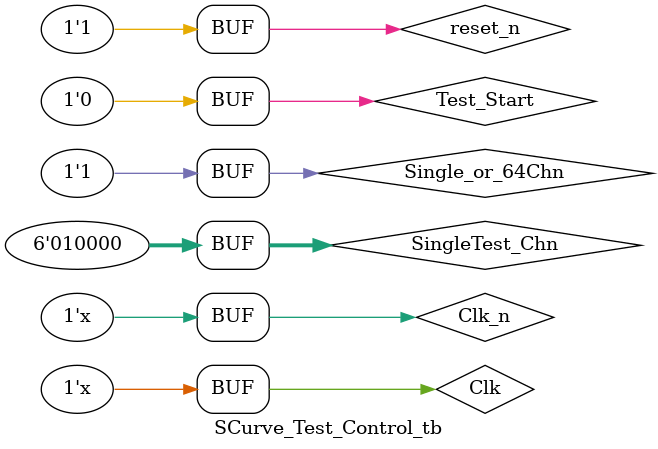
<source format=v>
`timescale 1ns/1ns
module SCurve_Test_Control_tb;
reg Clk;
reg reset_n;
reg Test_Start;
//
wire Single_Test_Start;
reg Single_Test_Done;
reg SCurve_Data_fifo_empty;
reg [15:0] SCurve_Data_fifo_din;
wire SCurve_Data_fifo_rd_ed;
//
reg Single_or_64Chn;
reg [5:0] SingleTest_Chn;
//
wire [63:0] Microroc_CTest_Chn_Out;
wire [9:0] Microroc_10bit_DAC_Out;
wire SC_Param_Load;
reg Microroc_Config_Done;
//
wire [15:0] usb_data_fifo_wr_din;
wire usb_fifo_wr_en;
//
wire SCurve_Test_Done;
//instantiation uut
SCurve_Test_Control uut(
  .Clk(Clk),
  .reset_n(reset_n),
  .Test_Start(Test_Start),
  .Single_Test_Start(Single_Test_Start),
  .Single_Test_Done(Single_Test_Done),
  .SCurve_Data_fifo_empty(SCurve_Data_fifo_empty),
  .SCurve_Data_fifo_din(SCurve_Data_fifo_din),
  .SCurve_Data_fifo_rd_en(SCurve_Data_fifo_rd_en),
  .Single_or_64Chn(Single_or_64Chn),
  .SingleTest_Chn(SingleTest_Chn),
  .Microroc_CTest_Chn_Out(Microroc_CTest_Chn_Out),
  .Microroc_10bit_DAC_Out(Microroc_10bit_DAC_Out),
  .SC_Param_Load(SC_Param_Load),
  .Microroc_Config_Done(Microroc_Config_Done),
  .usb_data_fifo_wr_din(usb_data_fifo_wr_din),
  .usb_data_fifo_wr_en(usb_data_fifo_wr_en),
  .SCurve_Test_Done(SCurve_Test_Done)
);
//initial
initial begin
  Clk = 1'b0;
  reset_n = 1'b0;
  Test_Start = 1'b0;
  Single_Test_Done = 1'b0;
  SCurve_Data_fifo_empty = 1'b0;
  SCurve_Data_fifo_din = 16'b0;
  Single_or_64Chn = 1'b0;
  SingleTest_Chn = 6'b0;
  Microroc_Config_Done = 1'b0;
  #100;
  reset_n = 1'b1;
  #100;
  Single_or_64Chn = 1'b1;
  SingleTest_Chn = 6'd16;
  Test_Start = 1'b1;
  #25;
  Test_Start = 1'b0;
end
//Generate 40M 
localparam High = 12;
localparam Low = 13;
always begin
  #(Low) Clk = ~Clk;
  #(High) Clk = ~Clk;
end
//Generate SC parameter load done signal
reg [2:0] SC_Load_Cnt;
always @(posedge Clk or negedge reset_n)begin
  if(~reset_n)begin
    SC_Load_Cnt <= 3'b0;
    Microroc_Config_Done <= 1'b0;
  end
  else if(SC_Param_Load ||(SC_Load_Cnt != 3'd0 && SC_Load_Cnt <= 3'd7))begin
    SC_Load_Cnt <= SC_Load_Cnt + 1'b1;
    Microroc_Config_Done <= (SC_Load_Cnt == 3'd7);
  end
  else begin
    SC_Load_Cnt <= 3'd0;
    Microroc_Config_Done <= 1'b0;
  end
end
//Generate Single SCurve test done signal
reg [3:0] SCurve_Test_Cnt;
always @(posedge Clk or negedge reset_n)begin
  if(~reset_n)begin
    Single_Test_Done <= 1'b0;
    SCurve_Test_Cnt <= 4'b0;
  end
  else if(Single_Test_Start || (SCurve_Test_Cnt != 4'd0 && SCurve_Test_Cnt <= 4'd15))begin
    SCurve_Test_Cnt <= SCurve_Test_Cnt + 1'b1;
    Single_Test_Done <= (SCurve_Test_Cnt == 4'd15);
  end
  else Single_Test_Done <= 1'b0;
end
//Generate SCurve Data Fifo empty signal
reg [2:0]SCurve_Data_FIFO_Cnt;
wire Clk_n = ~Clk;
always @(posedge Clk_n or negedge reset_n)begin
  if(~reset_n)begin
    SCurve_Data_FIFO_Cnt <= 3'd0;
    SCurve_Data_fifo_empty <= 1'b0;
  end
  else if(SCurve_Data_FIFO_Cnt == 3'd6)begin
    SCurve_Data_fifo_empty <= 1'b1;
    SCurve_Data_FIFO_Cnt <= 3'd0;
  end
  else if(SCurve_Data_fifo_rd_en)begin
    SCurve_Data_fifo_din <= (~SCurve_Data_FIFO_Cnt[0])?{9'h0,4'h1,SCurve_Data_FIFO_Cnt}:{16'h1000};
    SCurve_Data_FIFO_Cnt <= SCurve_Data_FIFO_Cnt + 1'b1;
  end
  else if(Single_Test_Start)
    SCurve_Data_fifo_empty <= 1'b0;
  else
    SCurve_Data_fifo_empty <= SCurve_Data_fifo_empty;
end
endmodule

</source>
